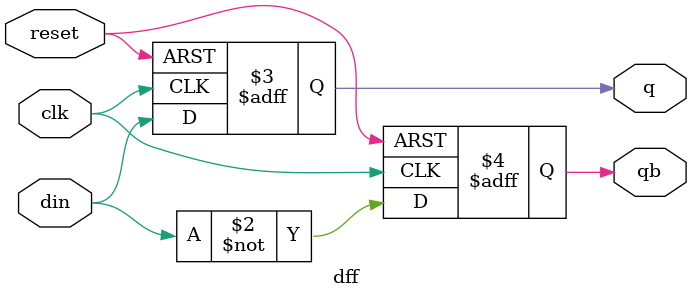
<source format=v>
`timescale 1ns / 1ps


module dff(input clk,reset,din,
output reg q,qb
);
////asynchronous dff
always@(posedge clk or posedge reset)
begin
    if (reset)
    begin
        q<=1'b0;
        qb<=1'b1;
    end
    else 
    begin
        q<=din;
        qb<=~din;
    end
end

////synchronous dff
 /*   always@(posedge clk)
    begin
        if (reset)
        begin
            q<=1'b0;
            qb<=1'b1;
        end
        else 
        begin
            q<=din;
            qb<=~din;
        end
    end*/
endmodule

</source>
